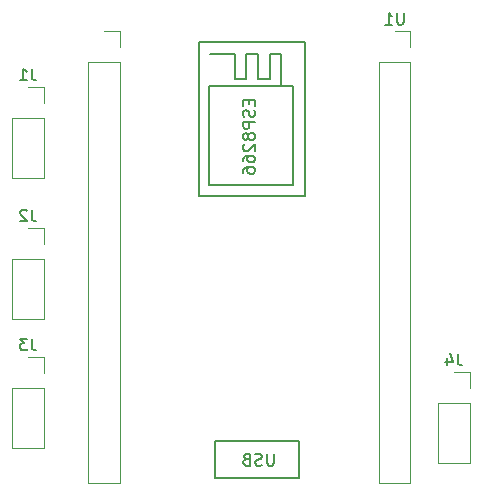
<source format=gbo>
G04 #@! TF.GenerationSoftware,KiCad,Pcbnew,(5.0.0-3-g5ebb6b6)*
G04 #@! TF.CreationDate,2018-08-30T21:54:11-04:00*
G04 #@! TF.ProjectId,PCB,5043422E6B696361645F706362000000,rev?*
G04 #@! TF.SameCoordinates,Original*
G04 #@! TF.FileFunction,Legend,Bot*
G04 #@! TF.FilePolarity,Positive*
%FSLAX46Y46*%
G04 Gerber Fmt 4.6, Leading zero omitted, Abs format (unit mm)*
G04 Created by KiCad (PCBNEW (5.0.0-3-g5ebb6b6)) date Thursday, August 30, 2018 at 09:54:11 PM*
%MOMM*%
%LPD*%
G01*
G04 APERTURE LIST*
%ADD10C,0.120000*%
%ADD11C,0.150000*%
G04 APERTURE END LIST*
D10*
G04 #@! TO.C,U1*
X89284000Y-102906000D02*
X87954000Y-102906000D01*
X89284000Y-104236000D02*
X89284000Y-102906000D01*
X89284000Y-105506000D02*
X86624000Y-105506000D01*
X86624000Y-105506000D02*
X86624000Y-141126000D01*
X89284000Y-105506000D02*
X89284000Y-141126000D01*
X89284000Y-141126000D02*
X86624000Y-141126000D01*
X64684000Y-104236000D02*
X64684000Y-102906000D01*
X64684000Y-105506000D02*
X62024000Y-105506000D01*
X62024000Y-105506000D02*
X62024000Y-141126000D01*
X64684000Y-105506000D02*
X64684000Y-141126000D01*
X64684000Y-102906000D02*
X63354000Y-102906000D01*
X64684000Y-141126000D02*
X62024000Y-141126000D01*
D11*
X79754000Y-140736000D02*
X72754000Y-140736000D01*
X72754000Y-140736000D02*
X72754000Y-137636000D01*
X72754000Y-137636000D02*
X79854000Y-137636000D01*
X79854000Y-137636000D02*
X79854000Y-140736000D01*
X80354000Y-103936000D02*
X80354000Y-112936000D01*
X80354000Y-112936000D02*
X80354000Y-116836000D01*
X80354000Y-116836000D02*
X71354000Y-116836000D01*
X71354000Y-116836000D02*
X71354000Y-103836000D01*
X71354000Y-103836000D02*
X80354000Y-103836000D01*
X72354000Y-104836000D02*
X74454000Y-104836000D01*
X74454000Y-104836000D02*
X74454000Y-106936000D01*
X74454000Y-106936000D02*
X75354000Y-106936000D01*
X75354000Y-106936000D02*
X75354000Y-104836000D01*
X75354000Y-104836000D02*
X76354000Y-104836000D01*
X76354000Y-104836000D02*
X76354000Y-106936000D01*
X76354000Y-106936000D02*
X77354000Y-106936000D01*
X77354000Y-106936000D02*
X77354000Y-104836000D01*
X77354000Y-104836000D02*
X78354000Y-104836000D01*
X78354000Y-104836000D02*
X78354000Y-107536000D01*
X78354000Y-107536000D02*
X79354000Y-107536000D01*
X79354000Y-107536000D02*
X79354000Y-114436000D01*
X79354000Y-114436000D02*
X79354000Y-115936000D01*
X79354000Y-115936000D02*
X72254000Y-115936000D01*
X72254000Y-115936000D02*
X72254000Y-107636000D01*
X72254000Y-107636000D02*
X72254000Y-107536000D01*
X72254000Y-107536000D02*
X78354000Y-107536000D01*
D10*
G04 #@! TO.C,J1*
X58226000Y-107636000D02*
X56896000Y-107636000D01*
X58226000Y-108966000D02*
X58226000Y-107636000D01*
X58226000Y-110236000D02*
X55566000Y-110236000D01*
X55566000Y-110236000D02*
X55566000Y-115376000D01*
X58226000Y-110236000D02*
X58226000Y-115376000D01*
X58226000Y-115376000D02*
X55566000Y-115376000D01*
G04 #@! TO.C,J2*
X58226000Y-119574000D02*
X56896000Y-119574000D01*
X58226000Y-120904000D02*
X58226000Y-119574000D01*
X58226000Y-122174000D02*
X55566000Y-122174000D01*
X55566000Y-122174000D02*
X55566000Y-127314000D01*
X58226000Y-122174000D02*
X58226000Y-127314000D01*
X58226000Y-127314000D02*
X55566000Y-127314000D01*
G04 #@! TO.C,J3*
X58226000Y-138236000D02*
X55566000Y-138236000D01*
X58226000Y-133096000D02*
X58226000Y-138236000D01*
X55566000Y-133096000D02*
X55566000Y-138236000D01*
X58226000Y-133096000D02*
X55566000Y-133096000D01*
X58226000Y-131826000D02*
X58226000Y-130496000D01*
X58226000Y-130496000D02*
X56896000Y-130496000D01*
G04 #@! TO.C,J4*
X94294000Y-139506000D02*
X91634000Y-139506000D01*
X94294000Y-134366000D02*
X94294000Y-139506000D01*
X91634000Y-134366000D02*
X91634000Y-139506000D01*
X94294000Y-134366000D02*
X91634000Y-134366000D01*
X94294000Y-133096000D02*
X94294000Y-131766000D01*
X94294000Y-131766000D02*
X92964000Y-131766000D01*
G04 #@! TO.C,U1*
D11*
X88715904Y-101358380D02*
X88715904Y-102167904D01*
X88668285Y-102263142D01*
X88620666Y-102310761D01*
X88525428Y-102358380D01*
X88334952Y-102358380D01*
X88239714Y-102310761D01*
X88192095Y-102263142D01*
X88144476Y-102167904D01*
X88144476Y-101358380D01*
X87144476Y-102358380D02*
X87715904Y-102358380D01*
X87430190Y-102358380D02*
X87430190Y-101358380D01*
X87525428Y-101501238D01*
X87620666Y-101596476D01*
X87715904Y-101644095D01*
X77715904Y-138688380D02*
X77715904Y-139497904D01*
X77668285Y-139593142D01*
X77620666Y-139640761D01*
X77525428Y-139688380D01*
X77334952Y-139688380D01*
X77239714Y-139640761D01*
X77192095Y-139593142D01*
X77144476Y-139497904D01*
X77144476Y-138688380D01*
X76715904Y-139640761D02*
X76573047Y-139688380D01*
X76334952Y-139688380D01*
X76239714Y-139640761D01*
X76192095Y-139593142D01*
X76144476Y-139497904D01*
X76144476Y-139402666D01*
X76192095Y-139307428D01*
X76239714Y-139259809D01*
X76334952Y-139212190D01*
X76525428Y-139164571D01*
X76620666Y-139116952D01*
X76668285Y-139069333D01*
X76715904Y-138974095D01*
X76715904Y-138878857D01*
X76668285Y-138783619D01*
X76620666Y-138736000D01*
X76525428Y-138688380D01*
X76287333Y-138688380D01*
X76144476Y-138736000D01*
X75382571Y-139164571D02*
X75239714Y-139212190D01*
X75192095Y-139259809D01*
X75144476Y-139355047D01*
X75144476Y-139497904D01*
X75192095Y-139593142D01*
X75239714Y-139640761D01*
X75334952Y-139688380D01*
X75715904Y-139688380D01*
X75715904Y-138688380D01*
X75382571Y-138688380D01*
X75287333Y-138736000D01*
X75239714Y-138783619D01*
X75192095Y-138878857D01*
X75192095Y-138974095D01*
X75239714Y-139069333D01*
X75287333Y-139116952D01*
X75382571Y-139164571D01*
X75715904Y-139164571D01*
X75582571Y-108740761D02*
X75582571Y-109074095D01*
X76106380Y-109216952D02*
X76106380Y-108740761D01*
X75106380Y-108740761D01*
X75106380Y-109216952D01*
X76058761Y-109597904D02*
X76106380Y-109740761D01*
X76106380Y-109978857D01*
X76058761Y-110074095D01*
X76011142Y-110121714D01*
X75915904Y-110169333D01*
X75820666Y-110169333D01*
X75725428Y-110121714D01*
X75677809Y-110074095D01*
X75630190Y-109978857D01*
X75582571Y-109788380D01*
X75534952Y-109693142D01*
X75487333Y-109645523D01*
X75392095Y-109597904D01*
X75296857Y-109597904D01*
X75201619Y-109645523D01*
X75154000Y-109693142D01*
X75106380Y-109788380D01*
X75106380Y-110026476D01*
X75154000Y-110169333D01*
X76106380Y-110597904D02*
X75106380Y-110597904D01*
X75106380Y-110978857D01*
X75154000Y-111074095D01*
X75201619Y-111121714D01*
X75296857Y-111169333D01*
X75439714Y-111169333D01*
X75534952Y-111121714D01*
X75582571Y-111074095D01*
X75630190Y-110978857D01*
X75630190Y-110597904D01*
X75534952Y-111740761D02*
X75487333Y-111645523D01*
X75439714Y-111597904D01*
X75344476Y-111550285D01*
X75296857Y-111550285D01*
X75201619Y-111597904D01*
X75154000Y-111645523D01*
X75106380Y-111740761D01*
X75106380Y-111931238D01*
X75154000Y-112026476D01*
X75201619Y-112074095D01*
X75296857Y-112121714D01*
X75344476Y-112121714D01*
X75439714Y-112074095D01*
X75487333Y-112026476D01*
X75534952Y-111931238D01*
X75534952Y-111740761D01*
X75582571Y-111645523D01*
X75630190Y-111597904D01*
X75725428Y-111550285D01*
X75915904Y-111550285D01*
X76011142Y-111597904D01*
X76058761Y-111645523D01*
X76106380Y-111740761D01*
X76106380Y-111931238D01*
X76058761Y-112026476D01*
X76011142Y-112074095D01*
X75915904Y-112121714D01*
X75725428Y-112121714D01*
X75630190Y-112074095D01*
X75582571Y-112026476D01*
X75534952Y-111931238D01*
X75201619Y-112502666D02*
X75154000Y-112550285D01*
X75106380Y-112645523D01*
X75106380Y-112883619D01*
X75154000Y-112978857D01*
X75201619Y-113026476D01*
X75296857Y-113074095D01*
X75392095Y-113074095D01*
X75534952Y-113026476D01*
X76106380Y-112455047D01*
X76106380Y-113074095D01*
X75106380Y-113931238D02*
X75106380Y-113740761D01*
X75154000Y-113645523D01*
X75201619Y-113597904D01*
X75344476Y-113502666D01*
X75534952Y-113455047D01*
X75915904Y-113455047D01*
X76011142Y-113502666D01*
X76058761Y-113550285D01*
X76106380Y-113645523D01*
X76106380Y-113836000D01*
X76058761Y-113931238D01*
X76011142Y-113978857D01*
X75915904Y-114026476D01*
X75677809Y-114026476D01*
X75582571Y-113978857D01*
X75534952Y-113931238D01*
X75487333Y-113836000D01*
X75487333Y-113645523D01*
X75534952Y-113550285D01*
X75582571Y-113502666D01*
X75677809Y-113455047D01*
X75106380Y-114883619D02*
X75106380Y-114693142D01*
X75154000Y-114597904D01*
X75201619Y-114550285D01*
X75344476Y-114455047D01*
X75534952Y-114407428D01*
X75915904Y-114407428D01*
X76011142Y-114455047D01*
X76058761Y-114502666D01*
X76106380Y-114597904D01*
X76106380Y-114788380D01*
X76058761Y-114883619D01*
X76011142Y-114931238D01*
X75915904Y-114978857D01*
X75677809Y-114978857D01*
X75582571Y-114931238D01*
X75534952Y-114883619D01*
X75487333Y-114788380D01*
X75487333Y-114597904D01*
X75534952Y-114502666D01*
X75582571Y-114455047D01*
X75677809Y-114407428D01*
G04 #@! TO.C,J1*
X57229333Y-106088380D02*
X57229333Y-106802666D01*
X57276952Y-106945523D01*
X57372190Y-107040761D01*
X57515047Y-107088380D01*
X57610285Y-107088380D01*
X56229333Y-107088380D02*
X56800761Y-107088380D01*
X56515047Y-107088380D02*
X56515047Y-106088380D01*
X56610285Y-106231238D01*
X56705523Y-106326476D01*
X56800761Y-106374095D01*
G04 #@! TO.C,J2*
X57229333Y-118026380D02*
X57229333Y-118740666D01*
X57276952Y-118883523D01*
X57372190Y-118978761D01*
X57515047Y-119026380D01*
X57610285Y-119026380D01*
X56800761Y-118121619D02*
X56753142Y-118074000D01*
X56657904Y-118026380D01*
X56419809Y-118026380D01*
X56324571Y-118074000D01*
X56276952Y-118121619D01*
X56229333Y-118216857D01*
X56229333Y-118312095D01*
X56276952Y-118454952D01*
X56848380Y-119026380D01*
X56229333Y-119026380D01*
G04 #@! TO.C,J3*
X57229333Y-128948380D02*
X57229333Y-129662666D01*
X57276952Y-129805523D01*
X57372190Y-129900761D01*
X57515047Y-129948380D01*
X57610285Y-129948380D01*
X56848380Y-128948380D02*
X56229333Y-128948380D01*
X56562666Y-129329333D01*
X56419809Y-129329333D01*
X56324571Y-129376952D01*
X56276952Y-129424571D01*
X56229333Y-129519809D01*
X56229333Y-129757904D01*
X56276952Y-129853142D01*
X56324571Y-129900761D01*
X56419809Y-129948380D01*
X56705523Y-129948380D01*
X56800761Y-129900761D01*
X56848380Y-129853142D01*
G04 #@! TO.C,J4*
X93297333Y-130218380D02*
X93297333Y-130932666D01*
X93344952Y-131075523D01*
X93440190Y-131170761D01*
X93583047Y-131218380D01*
X93678285Y-131218380D01*
X92392571Y-130551714D02*
X92392571Y-131218380D01*
X92630666Y-130170761D02*
X92868761Y-130885047D01*
X92249714Y-130885047D01*
G04 #@! TD*
M02*

</source>
